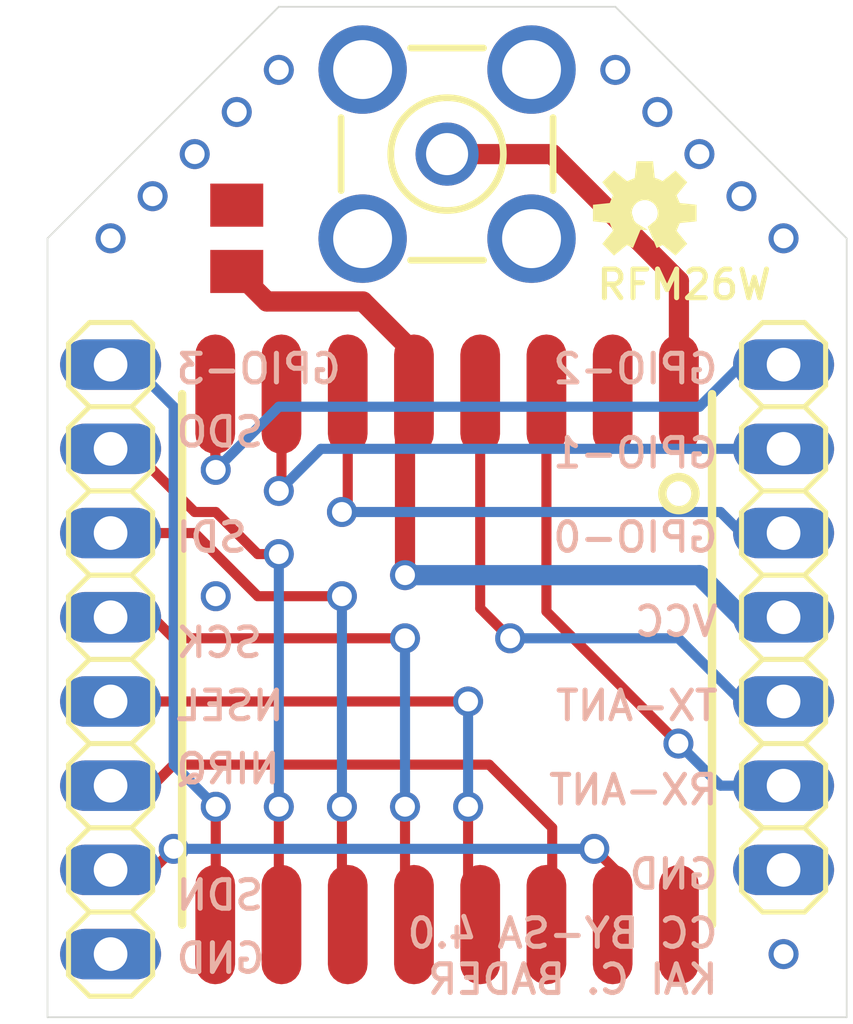
<source format=kicad_pcb>
(kicad_pcb (version 20211014) (generator pcbnew)
  (title_block (title "RFM26W Breakout Board") (date "2022-11-18") (rev "1") (company "Kai Christian Bader") (comment 1 "CC BY-SA 4.0"))
  (layers (0 "F.Cu" signal) (31 "B.Cu" signal) (34 "B.Paste" user) (35 "F.Paste" user) (36 "B.SilkS" user "B.Silkscreen") (37 "F.SilkS" user "F.Silkscreen") (38 "B.Mask" user) (39 "F.Mask" user) (44 "Edge.Cuts" user))
  (net 0 "")
  (net 1 "GND")
  (net 2 "SDN")
  (net 3 "NIRQ")
  (net 4 "NSEL")
  (net 5 "SCK")
  (net 6 "SDI")
  (net 7 "SDO")
  (net 8 "GPIO-3")
  (net 9 "GPIO-2")
  (net 10 "GPIO-1")
  (net 11 "GPIO-0")
  (net 12 "VCC")
  (net 13 "TX-ANT")
  (net 14 "RX-ANT")
  (net 15 "ANT")
  (footprint "rfm26w_breakout_board:C0805K" (layer "F.Cu") (at 96.79 52.34 -90)
    (fp_text reference "C1" hide)
    (fp_text value "0.1uF" hide)
    (pad "1" smd rect (at -1 0 270) (size 1.3 1.6) (layers "F.Cu" "F.Paste" "F.Mask") (net 1 "GND"))
    (pad "2" smd rect (at 1 0 270) (size 1.3 1.6) (layers "F.Cu" "F.Paste" "F.Mask") (net 12 "VCC"))
  )
  (footprint "rfm26w_breakout_board:OSHW-LOGO-S" (layer "F.Cu") (at 109.109 51.578)
    (fp_text reference "U$3" hide)
    (fp_text value "" hide)
    (fp_poly (pts (xy 0.301647 -1.061351) (xy 0.42347 -1.022344) (xy 0.537177 -0.963769) (xy 0.92862 -1.282946) (xy 1.282946 -0.92862) (xy 0.961035 -0.533823) (xy 1.057046 -0.302084) (xy 1.5638 -0.250561) (xy 1.5638 0.250561) (xy 1.057046 0.302084) (xy 0.961035 0.533823) (xy 1.282946 0.92862) (xy 0.92862 1.282946) (xy 0.537177 0.96377) (xy 0.356601 1.056794) (xy 0.088679 0.410073) (xy 0.326262 0.2176) (xy 0.373649 0.121468) (xy 0.392729 0.010339) (xy 0.379464 -0.101634) (xy 0.334947 -0.205229) (xy 0.262842 -0.291918) (xy 0.169087 -0.354561) (xy 0.061406 -0.387999) (xy -0.051342 -0.38948) (xy -0.159868 -0.358881) (xy -0.255234 -0.298724) (xy -0.329589 -0.213962) (xy -0.376813 -0.111569) (xy -0.392176 -0.005767) (xy -0.322923 0.222565) (xy -0.249312 0.303773) (xy 0.091677 0.5081) (xy -0.12929 0.5081) (xy -0.355332 1.053732) (xy -0.506597 0.983577) (xy -0.538922 0.965192) (xy -0.92862 1.282946) (xy -1.282946 0.92862) (xy -0.961035 0.533823) (xy -1.057046 0.302084) (xy -1.5638 0.250561) (xy -1.5638 -0.250561) (xy -1.057046 -0.302084) (xy -0.961035 -0.533823) (xy -1.282946 -0.92862) (xy -0.92862 -1.282946) (xy -0.533823 -0.961035) (xy -0.302084 -1.057046) (xy -0.250561 -1.5638) (xy 0.250561 -1.5638)) (layer "F.SilkS") (width 0) (fill solid))
  )
  (footprint "rfm26w_breakout_board:1X08" (layer "F.Cu") (at 92.98 65.04 -90)
    (fp_text reference "JP1" hide)
    (fp_text value "")
    (fp_line (start -10.16 0.635) (end -9.525 1.27) (layer "F.SilkS") (width 0.1524))
    (fp_line (start 9.525 -1.27) (end 10.16 -0.635) (layer "F.SilkS") (width 0.1524))
    (fp_line (start -8.255 1.27) (end -9.525 1.27) (layer "F.SilkS") (width 0.1524))
    (fp_line (start -6.985 -1.27) (end -5.715 -1.27) (layer "F.SilkS") (width 0.1524))
    (fp_line (start 4.445 1.27) (end 3.175 1.27) (layer "F.SilkS") (width 0.1524))
    (fp_line (start -4.445 -1.27) (end -3.175 -1.27) (layer "F.SilkS") (width 0.1524))
    (fp_line (start 5.715 -1.27) (end 5.08 -0.635) (layer "F.SilkS") (width 0.1524))
    (fp_line (start -2.54 -0.635) (end -2.54 0.635) (layer "F.SilkS") (width 0.1524))
    (fp_line (start -5.08 0.635) (end -5.715 1.27) (layer "F.SilkS") (width 0.1524))
    (fp_line (start -1.905 -1.27) (end -2.54 -0.635) (layer "F.SilkS") (width 0.1524))
    (fp_line (start 0 -0.635) (end 0.635 -1.27) (layer "F.SilkS") (width 0.1524))
    (fp_line (start 0.635 -1.27) (end 1.905 -1.27) (layer "F.SilkS") (width 0.1524))
    (fp_line (start 10.16 -0.635) (end 10.16 0.635) (layer "F.SilkS") (width 0.1524))
    (fp_line (start 2.54 -0.635) (end 3.175 -1.27) (layer "F.SilkS") (width 0.1524))
    (fp_line (start -2.54 0.635) (end -3.175 1.27) (layer "F.SilkS") (width 0.1524))
    (fp_line (start -4.445 1.27) (end -5.08 0.635) (layer "F.SilkS") (width 0.1524))
    (fp_line (start -5.08 -0.635) (end -4.445 -1.27) (layer "F.SilkS") (width 0.1524))
    (fp_line (start -9.525 -1.27) (end -8.255 -1.27) (layer "F.SilkS") (width 0.1524))
    (fp_line (start 6.985 -1.27) (end 7.62 -0.635) (layer "F.SilkS") (width 0.1524))
    (fp_line (start -5.715 1.27) (end -6.985 1.27) (layer "F.SilkS") (width 0.1524))
    (fp_line (start -0.635 -1.27) (end 0 -0.635) (layer "F.SilkS") (width 0.1524))
    (fp_line (start -5.08 -0.635) (end -5.08 0.635) (layer "F.SilkS") (width 0.1524))
    (fp_line (start 2.54 0.635) (end 1.905 1.27) (layer "F.SilkS") (width 0.1524))
    (fp_line (start 4.445 -1.27) (end 5.08 -0.635) (layer "F.SilkS") (width 0.1524))
    (fp_line (start -7.62 -0.635) (end -7.62 0.635) (layer "F.SilkS") (width 0.1524))
    (fp_line (start -10.16 -0.635) (end -10.16 0.635) (layer "F.SilkS") (width 0.1524))
    (fp_line (start -5.715 -1.27) (end -5.08 -0.635) (layer "F.SilkS") (width 0.1524))
    (fp_line (start -7.62 -0.635) (end -6.985 -1.27) (layer "F.SilkS") (width 0.1524))
    (fp_line (start 9.525 1.27) (end 8.255 1.27) (layer "F.SilkS") (width 0.1524))
    (fp_line (start 3.175 1.27) (end 2.54 0.635) (layer "F.SilkS") (width 0.1524))
    (fp_line (start 8.255 -1.27) (end 7.62 -0.635) (layer "F.SilkS") (width 0.1524))
    (fp_line (start 1.905 -1.27) (end 2.54 -0.635) (layer "F.SilkS") (width 0.1524))
    (fp_line (start -9.525 -1.27) (end -10.16 -0.635) (layer "F.SilkS") (width 0.1524))
    (fp_line (start -7.62 0.635) (end -8.255 1.27) (layer "F.SilkS") (width 0.1524))
    (fp_line (start 3.175 -1.27) (end 4.445 -1.27) (layer "F.SilkS") (width 0.1524))
    (fp_line (start 5.08 -0.635) (end 5.08 0.635) (layer "F.SilkS") (width 0.1524))
    (fp_line (start 0 -0.635) (end 0 0.635) (layer "F.SilkS") (width 0.1524))
    (fp_line (start 5.08 0.635) (end 5.715 1.27) (layer "F.SilkS") (width 0.1524))
    (fp_line (start 1.905 1.27) (end 0.635 1.27) (layer "F.SilkS") (width 0.1524))
    (fp_line (start -3.175 -1.27) (end -2.54 -0.635) (layer "F.SilkS") (width 0.1524))
    (fp_line (start 5.715 -1.27) (end 6.985 -1.27) (layer "F.SilkS") (width 0.1524))
    (fp_line (start 5.08 0.635) (end 4.445 1.27) (layer "F.SilkS") (width 0.1524))
    (fp_line (start 7.62 -0.635) (end 7.62 0.635) (layer "F.SilkS") (width 0.1524))
    (fp_line (start 0 0.635) (end -0.635 1.27) (layer "F.SilkS") (width 0.1524))
    (fp_line (start -3.175 1.27) (end -4.445 1.27) (layer "F.SilkS") (width 0.1524))
    (fp_line (start 10.16 0.635) (end 9.525 1.27) (layer "F.SilkS") (width 0.1524))
    (fp_line (start -1.905 -1.27) (end -0.635 -1.27) (layer "F.SilkS") (width 0.1524))
    (fp_line (start 0.635 1.27) (end 0 0.635) (layer "F.SilkS") (width 0.1524))
    (fp_line (start -0.635 1.27) (end -1.905 1.27) (layer "F.SilkS") (width 0.1524))
    (fp_line (start 6.985 1.27) (end 5.715 1.27) (layer "F.SilkS") (width 0.1524))
    (fp_line (start 7.62 0.635) (end 6.985 1.27) (layer "F.SilkS") (width 0.1524))
    (fp_line (start 2.54 -0.635) (end 2.54 0.635) (layer "F.SilkS") (width 0.1524))
    (fp_line (start -8.255 -1.27) (end -7.62 -0.635) (layer "F.SilkS") (width 0.1524))
    (fp_line (start 8.255 -1.27) (end 9.525 -1.27) (layer "F.SilkS") (width 0.1524))
    (fp_line (start 7.62 0.635) (end 8.255 1.27) (layer "F.SilkS") (width 0.1524))
    (fp_line (start -2.54 0.635) (end -1.905 1.27) (layer "F.SilkS") (width 0.1524))
    (fp_line (start -6.985 1.27) (end -7.62 0.635) (layer "F.SilkS") (width 0.1524))
    (pad "1" thru_hole oval (at -8.89 0) (size 3.048 1.524) (drill 1.016) (layers *.Cu *.Mask) (net 8 "GPIO-3"))
    (pad "2" thru_hole oval (at -6.35 0) (size 3.048 1.524) (drill 1.016) (layers *.Cu *.Mask) (net 7 "SDO"))
    (pad "3" thru_hole oval (at -3.81 0) (size 3.048 1.524) (drill 1.016) (layers *.Cu *.Mask) (net 6 "SDI"))
    (pad "4" thru_hole oval (at -1.27 0) (size 3.048 1.524) (drill 1.016) (layers *.Cu *.Mask) (net 5 "SCK"))
    (pad "5" thru_hole oval (at 1.27 0) (size 3.048 1.524) (drill 1.016) (layers *.Cu *.Mask) (net 4 "NSEL"))
    (pad "6" thru_hole oval (at 3.81 0) (size 3.048 1.524) (drill 1.016) (layers *.Cu *.Mask) (net 3 "NIRQ"))
    (pad "7" thru_hole oval (at 6.35 0) (size 3.048 1.524) (drill 1.016) (layers *.Cu *.Mask) (net 2 "SDN"))
    (pad "8" thru_hole oval (at 8.89 0) (size 3.048 1.524) (drill 1.016) (layers *.Cu *.Mask) (net 1 "GND"))
  )
  (footprint "rfm26w_breakout_board:1X07" (layer "F.Cu") (at 113.3 63.77 -90)
    (fp_text reference "JP2" hide)
    (fp_text value "")
    (fp_line (start 0.635 1.27) (end -0.635 1.27) (layer "F.SilkS") (width 0.1524))
    (fp_line (start -1.27 -0.635) (end -1.27 0.635) (layer "F.SilkS") (width 0.1524))
    (fp_line (start 8.255 1.27) (end 6.985 1.27) (layer "F.SilkS") (width 0.1524))
    (fp_line (start 6.35 0.635) (end 5.715 1.27) (layer "F.SilkS") (width 0.1524))
    (fp_line (start -3.81 -0.635) (end -3.175 -1.27) (layer "F.SilkS") (width 0.1524))
    (fp_line (start -3.175 -1.27) (end -1.905 -1.27) (layer "F.SilkS") (width 0.1524))
    (fp_line (start -3.81 0.635) (end -4.445 1.27) (layer "F.SilkS") (width 0.1524))
    (fp_line (start 8.255 -1.27) (end 8.89 -0.635) (layer "F.SilkS") (width 0.1524))
    (fp_line (start -6.35 0.635) (end -6.985 1.27) (layer "F.SilkS") (width 0.1524))
    (fp_line (start 5.715 -1.27) (end 6.35 -0.635) (layer "F.SilkS") (width 0.1524))
    (fp_line (start 5.715 1.27) (end 4.445 1.27) (layer "F.SilkS") (width 0.1524))
    (fp_line (start -8.255 -1.27) (end -8.89 -0.635) (layer "F.SilkS") (width 0.1524))
    (fp_line (start 3.175 -1.27) (end 3.81 -0.635) (layer "F.SilkS") (width 0.1524))
    (fp_line (start -0.635 -1.27) (end -1.27 -0.635) (layer "F.SilkS") (width 0.1524))
    (fp_line (start 3.81 -0.635) (end 4.445 -1.27) (layer "F.SilkS") (width 0.1524))
    (fp_line (start -6.985 1.27) (end -8.255 1.27) (layer "F.SilkS") (width 0.1524))
    (fp_line (start 3.81 -0.635) (end 3.81 0.635) (layer "F.SilkS") (width 0.1524))
    (fp_line (start 1.27 -0.635) (end 1.905 -1.27) (layer "F.SilkS") (width 0.1524))
    (fp_line (start -3.81 -0.635) (end -3.81 0.635) (layer "F.SilkS") (width 0.1524))
    (fp_line (start -8.89 -0.635) (end -8.89 0.635) (layer "F.SilkS") (width 0.1524))
    (fp_line (start -8.89 0.635) (end -8.255 1.27) (layer "F.SilkS") (width 0.1524))
    (fp_line (start 1.27 -0.635) (end 1.27 0.635) (layer "F.SilkS") (width 0.1524))
    (fp_line (start 3.175 1.27) (end 1.905 1.27) (layer "F.SilkS") (width 0.1524))
    (fp_line (start 0.635 -1.27) (end 1.27 -0.635) (layer "F.SilkS") (width 0.1524))
    (fp_line (start 1.27 0.635) (end 0.635 1.27) (layer "F.SilkS") (width 0.1524))
    (fp_line (start 1.905 -1.27) (end 3.175 -1.27) (layer "F.SilkS") (width 0.1524))
    (fp_line (start 8.89 -0.635) (end 8.89 0.635) (layer "F.SilkS") (width 0.1524))
    (fp_line (start -0.635 -1.27) (end 0.635 -1.27) (layer "F.SilkS") (width 0.1524))
    (fp_line (start 6.35 -0.635) (end 6.35 0.635) (layer "F.SilkS") (width 0.1524))
    (fp_line (start 1.905 1.27) (end 1.27 0.635) (layer "F.SilkS") (width 0.1524))
    (fp_line (start -4.445 -1.27) (end -3.81 -0.635) (layer "F.SilkS") (width 0.1524))
    (fp_line (start -1.27 0.635) (end -0.635 1.27) (layer "F.SilkS") (width 0.1524))
    (fp_line (start -6.985 -1.27) (end -6.35 -0.635) (layer "F.SilkS") (width 0.1524))
    (fp_line (start -6.35 -0.635) (end -6.35 0.635) (layer "F.SilkS") (width 0.1524))
    (fp_line (start 4.445 1.27) (end 3.81 0.635) (layer "F.SilkS") (width 0.1524))
    (fp_line (start 6.35 0.635) (end 6.985 1.27) (layer "F.SilkS") (width 0.1524))
    (fp_line (start 3.81 0.635) (end 3.175 1.27) (layer "F.SilkS") (width 0.1524))
    (fp_line (start -5.715 -1.27) (end -4.445 -1.27) (layer "F.SilkS") (width 0.1524))
    (fp_line (start -4.445 1.27) (end -5.715 1.27) (layer "F.SilkS") (width 0.1524))
    (fp_line (start 8.89 0.635) (end 8.255 1.27) (layer "F.SilkS") (width 0.1524))
    (fp_line (start -5.715 1.27) (end -6.35 0.635) (layer "F.SilkS") (width 0.1524))
    (fp_line (start -1.27 0.635) (end -1.905 1.27) (layer "F.SilkS") (width 0.1524))
    (fp_line (start -8.255 -1.27) (end -6.985 -1.27) (layer "F.SilkS") (width 0.1524))
    (fp_line (start -6.35 -0.635) (end -5.715 -1.27) (layer "F.SilkS") (width 0.1524))
    (fp_line (start -3.175 1.27) (end -3.81 0.635) (layer "F.SilkS") (width 0.1524))
    (fp_line (start 6.985 -1.27) (end 6.35 -0.635) (layer "F.SilkS") (width 0.1524))
    (fp_line (start 4.445 -1.27) (end 5.715 -1.27) (layer "F.SilkS") (width 0.1524))
    (fp_line (start -1.905 -1.27) (end -1.27 -0.635) (layer "F.SilkS") (width 0.1524))
    (fp_line (start 6.985 -1.27) (end 8.255 -1.27) (layer "F.SilkS") (width 0.1524))
    (fp_line (start -1.905 1.27) (end -3.175 1.27) (layer "F.SilkS") (width 0.1524))
    (pad "1" thru_hole oval (at -7.62 0) (size 3.048 1.524) (drill 1.016) (layers *.Cu *.Mask) (net 9 "GPIO-2"))
    (pad "2" thru_hole oval (at -5.08 0) (size 3.048 1.524) (drill 1.016) (layers *.Cu *.Mask) (net 10 "GPIO-1"))
    (pad "3" thru_hole oval (at -2.54 0) (size 3.048 1.524) (drill 1.016) (layers *.Cu *.Mask) (net 11 "GPIO-0"))
    (pad "4" thru_hole oval (at 0 0) (size 3.048 1.524) (drill 1.016) (layers *.Cu *.Mask) (net 12 "VCC"))
    (pad "5" thru_hole oval (at 2.54 0) (size 3.048 1.524) (drill 1.016) (layers *.Cu *.Mask) (net 13 "TX-ANT"))
    (pad "6" thru_hole oval (at 5.08 0) (size 3.048 1.524) (drill 1.016) (layers *.Cu *.Mask) (net 14 "RX-ANT"))
    (pad "7" thru_hole oval (at 7.62 0) (size 3.048 1.524) (drill 1.016) (layers *.Cu *.Mask) (net 1 "GND"))
  )
  (footprint "rfm26w_breakout_board:RFM26W" (layer "F.Cu") (at 103.14 65.04)
    (fp_text reference "PCB0" hide)
    (fp_text value "RFM26W" hide)
    (fp_line (start -8 -8) (end -8 8) (layer "F.SilkS") (width 0.254))
    (fp_line (start 8 8) (end 8 -8) (layer "F.SilkS") (width 0.254))
    (fp_circle (center 7 -5) (end 7.5 -5) (layer "F.SilkS") (width 0.254) (fill none))
    (pad "ANT" smd roundrect (at 7 -8) (size 1.2 3.6) (layers "F.Cu" "F.Paste" "F.Mask") (roundrect_rratio 0.5) (net 15 "ANT"))
    (pad "GND@1" smd roundrect (at 5 -8) (size 1.2 3.6) (layers "F.Cu" "F.Paste" "F.Mask") (roundrect_rratio 0.5) (net 1 "GND"))
    (pad "GND@2" smd roundrect (at 7 8) (size 1.2 3.6) (layers "F.Cu" "F.Paste" "F.Mask") (roundrect_rratio 0.5) (net 1 "GND"))
    (pad "GPIO-0" smd roundrect (at -3 -8) (size 1.2 3.6) (layers "F.Cu" "F.Paste" "F.Mask") (roundrect_rratio 0.5) (net 11 "GPIO-0"))
    (pad "GPIO-1" smd roundrect (at -5 -8) (size 1.2 3.6) (layers "F.Cu" "F.Paste" "F.Mask") (roundrect_rratio 0.5) (net 10 "GPIO-1"))
    (pad "GPIO-2" smd roundrect (at -7 -8) (size 1.2 3.6) (layers "F.Cu" "F.Paste" "F.Mask") (roundrect_rratio 0.5) (net 9 "GPIO-2"))
    (pad "GPIO-3" smd roundrect (at -7 8) (size 1.2 3.6) (layers "F.Cu" "F.Paste" "F.Mask") (roundrect_rratio 0.5) (net 8 "GPIO-3"))
    (pad "NIRQ" smd roundrect (at 3 8) (size 1.2 3.6) (layers "F.Cu" "F.Paste" "F.Mask") (roundrect_rratio 0.5) (net 3 "NIRQ"))
    (pad "NSEL" smd roundrect (at 1 8) (size 1.2 3.6) (layers "F.Cu" "F.Paste" "F.Mask") (roundrect_rratio 0.5) (net 4 "NSEL"))
    (pad "RX-ANT" smd roundrect (at 3 -8) (size 1.2 3.6) (layers "F.Cu" "F.Paste" "F.Mask") (roundrect_rratio 0.5) (net 14 "RX-ANT"))
    (pad "SCK" smd roundrect (at -1 8) (size 1.2 3.6) (layers "F.Cu" "F.Paste" "F.Mask") (roundrect_rratio 0.5) (net 5 "SCK"))
    (pad "SDI" smd roundrect (at -3 8) (size 1.2 3.6) (layers "F.Cu" "F.Paste" "F.Mask") (roundrect_rratio 0.5) (net 6 "SDI"))
    (pad "SDN" smd roundrect (at 5 8) (size 1.2 3.6) (layers "F.Cu" "F.Paste" "F.Mask") (roundrect_rratio 0.5) (net 2 "SDN"))
    (pad "SDO" smd roundrect (at -5 8) (size 1.2 3.6) (layers "F.Cu" "F.Paste" "F.Mask") (roundrect_rratio 0.5) (net 7 "SDO"))
    (pad "TX-ANT" smd roundrect (at 1 -8) (size 1.2 3.6) (layers "F.Cu" "F.Paste" "F.Mask") (roundrect_rratio 0.5) (net 13 "TX-ANT"))
    (pad "VCC" smd roundrect (at -1 -8) (size 1.2 3.6) (layers "F.Cu" "F.Paste" "F.Mask") (roundrect_rratio 0.5) (net 12 "VCC"))
  )
  (footprint "rfm26w_breakout_board:BU-SMA-V" (layer "F.Cu") (at 103.14 49.8)
    (fp_text reference "X1" hide)
    (fp_text value "BU-SMA" hide)
    (fp_line (start -3.2 1.1) (end -3.2 -1.1) (layer "F.SilkS") (width 0.2032))
    (fp_line (start 1.1 3.2) (end -1.1 3.2) (layer "F.SilkS") (width 0.2032))
    (fp_line (start -1.1 -3.2) (end 1.1 -3.2) (layer "F.SilkS") (width 0.2032))
    (fp_line (start 3.2 -1.1) (end 3.2 1.1) (layer "F.SilkS") (width 0.2032))
    (fp_circle (center 0 0) (end 1.7 0) (layer "F.SilkS") (width 0.2032) (fill none))
    (pad "1" thru_hole circle (at 0 0) (size 1.905 1.905) (drill 1.27) (layers *.Cu *.Mask) (net 15 "ANT"))
    (pad "2" thru_hole circle (at -2.5499 -2.5499) (size 2.667 2.667) (drill 1.778) (layers *.Cu *.Mask) (net 1 "GND"))
    (pad "3" thru_hole circle (at 2.5499 -2.5499) (size 2.667 2.667) (drill 1.778) (layers *.Cu *.Mask) (net 1 "GND"))
    (pad "4" thru_hole circle (at 2.5499 2.5499) (size 2.667 2.667) (drill 1.778) (layers *.Cu *.Mask) (net 1 "GND"))
    (pad "5" thru_hole circle (at -2.5499 2.5499) (size 2.667 2.667) (drill 1.778) (layers *.Cu *.Mask) (net 1 "GND"))
  )
  (gr_line (start 91.075 52.34) (end 91.075 75.835) (layer "Edge.Cuts") (width 0.05))
  (gr_line (start 115.205 75.835) (end 115.205 52.34) (layer "Edge.Cuts") (width 0.05))
  (gr_line (start 115.205 52.34) (end 108.22 45.355) (layer "Edge.Cuts") (width 0.05))
  (gr_line (start 91.075 75.835) (end 115.205 75.835) (layer "Edge.Cuts") (width 0.05))
  (gr_line (start 98.06 45.355) (end 91.075 52.34) (layer "Edge.Cuts") (width 0.05))
  (gr_line (start 98.06 45.355) (end 108.22 45.355) (layer "Edge.Cuts") (width 0.05))
  (gr_text "GND" (at 111.395 72.025) (layer "B.SilkS") (effects (font (size 0.8636 0.8636) (thickness 0.1524)) (justify left bottom mirror)))
  (gr_text "GPIO-2" (at 111.395 56.785) (layer "B.SilkS") (effects (font (size 0.8636 0.8636) (thickness 0.1524)) (justify left bottom mirror)))
  (gr_text "SDN" (at 94.885 72.66) (layer "B.SilkS") (effects (font (size 0.8636 0.8636) (thickness 0.1524)) (justify right bottom mirror)))
  (gr_text "RX-ANT" (at 111.395 69.485) (layer "B.SilkS") (effects (font (size 0.8636 0.8636) (thickness 0.1524)) (justify left bottom mirror)))
  (gr_text "SDO" (at 94.885 58.69) (layer "B.SilkS") (effects (font (size 0.8636 0.8636) (thickness 0.1524)) (justify right bottom mirror)))
  (gr_text "VCC" (at 111.395 64.405) (layer "B.SilkS") (effects (font (size 0.8636 0.8636) (thickness 0.1524)) (justify left bottom mirror)))
  (gr_text "CC BY-SA 4.0\nKAI C. BADER" (at 111.395 75.2) (layer "B.SilkS") (effects (font (size 0.8636 0.8636) (thickness 0.1524)) (justify left bottom mirror)))
  (gr_text "NSEL" (at 94.885 66.945) (layer "B.SilkS") (effects (font (size 0.8636 0.8636) (thickness 0.1524)) (justify right bottom mirror)))
  (gr_text "GPIO-3" (at 94.885 56.785) (layer "B.SilkS") (effects (font (size 0.8636 0.8636) (thickness 0.1524)) (justify right bottom mirror)))
  (gr_text "GPIO-1" (at 111.395 59.325) (layer "B.SilkS") (effects (font (size 0.8636 0.8636) (thickness 0.1524)) (justify left bottom mirror)))
  (gr_text "SDI" (at 94.885 61.865) (layer "B.SilkS") (effects (font (size 0.8636 0.8636) (thickness 0.1524)) (justify right bottom mirror)))
  (gr_text "GND" (at 94.885 74.565) (layer "B.SilkS") (effects (font (size 0.8636 0.8636) (thickness 0.1524)) (justify right bottom mirror)))
  (gr_text "SCK" (at 94.885 65.04) (layer "B.SilkS") (effects (font (size 0.8636 0.8636) (thickness 0.1524)) (justify right bottom mirror)))
  (gr_text "NIRQ" (at 94.885 68.85) (layer "B.SilkS") (effects (font (size 0.8636 0.8636) (thickness 0.1524)) (justify right bottom mirror)))
  (gr_text "GPIO-0" (at 111.395 61.865) (layer "B.SilkS") (effects (font (size 0.8636 0.8636) (thickness 0.1524)) (justify left bottom mirror)))
  (gr_text "TX-ANT" (at 111.395 66.945) (layer "B.SilkS") (effects (font (size 0.8636 0.8636) (thickness 0.1524)) (justify left bottom mirror)))
  (gr_text "RFM26W" (at 107.585 54.245) (layer "F.SilkS") (effects (font (size 0.8636 0.8636) (thickness 0.1524)) (justify left bottom)))
  (via (at 113.3 52.34) (size 0.9048) (drill 0.6) (layers "F.Cu" "B.Cu") (net 1))
  (via (at 95.52 49.8) (size 0.9048) (drill 0.6) (layers "F.Cu" "B.Cu") (net 1))
  (via (at 96.155 63.135) (size 0.9048) (drill 0.6) (layers "F.Cu" "B.Cu") (net 1))
  (via (at 113.3 73.93) (size 0.9048) (drill 0.6) (layers "F.Cu" "B.Cu") (net 1))
  (via (at 94.25 51.07) (size 0.9048) (drill 0.6) (layers "F.Cu" "B.Cu") (net 1))
  (via (at 98.06 47.26) (size 0.9048) (drill 0.6) (layers "F.Cu" "B.Cu") (net 1))
  (via (at 108.22 47.26) (size 0.9048) (drill 0.6) (layers "F.Cu" "B.Cu") (net 1))
  (via (at 92.98 52.34) (size 0.9048) (drill 0.6) (layers "F.Cu" "B.Cu") (net 1))
  (via (at 110.76 49.8) (size 0.9048) (drill 0.6) (layers "F.Cu" "B.Cu") (net 1))
  (via (at 109.49 48.53) (size 0.9048) (drill 0.6) (layers "F.Cu" "B.Cu") (net 1))
  (via (at 96.79 48.53) (size 0.9048) (drill 0.6) (layers "F.Cu" "B.Cu") (net 1))
  (via (at 112.03 51.07) (size 0.9048) (drill 0.6) (layers "F.Cu" "B.Cu") (net 1))
  (segment (start 108.22 72.96) (end 108.14 73.04) (width 0.3048) (layer "F.Cu") (net 2))
  (segment (start 107.585 70.755) (end 108.22 71.39) (width 0.3048) (layer "F.Cu") (net 2))
  (segment (start 108.22 71.39) (end 108.22 72.96) (width 0.3048) (layer "F.Cu") (net 2))
  (segment (start 94.25 71.39) (end 94.885 70.755) (width 0.3048) (layer "F.Cu") (net 2))
  (segment (start 92.98 71.39) (end 94.25 71.39) (width 0.3048) (layer "F.Cu") (net 2))
  (via (at 94.885 70.755) (size 0.9048) (drill 0.6) (layers "F.Cu" "B.Cu") (net 2))
  (via (at 107.585 70.755) (size 0.9048) (drill 0.6) (layers "F.Cu" "B.Cu") (net 2))
  (segment (start 94.885 70.755) (end 107.585 70.755) (width 0.3048) (layer "B.Cu") (net 2))
  (segment (start 94.885 68.215) (end 104.41 68.215) (width 0.3048) (layer "F.Cu") (net 3))
  (segment (start 104.41 68.215) (end 106.315 70.12) (width 0.3048) (layer "F.Cu") (net 3))
  (segment (start 92.98 68.85) (end 94.25 68.85) (width 0.3048) (layer "F.Cu") (net 3))
  (segment (start 94.25 68.85) (end 94.885 68.215) (width 0.3048) (layer "F.Cu") (net 3))
  (segment (start 106.315 72.865) (end 106.14 73.04) (width 0.3048) (layer "F.Cu") (net 3))
  (segment (start 106.315 70.12) (end 106.315 72.865) (width 0.3048) (layer "F.Cu") (net 3))
  (segment (start 92.98 66.31) (end 103.775 66.31) (width 0.3048) (layer "F.Cu") (net 4))
  (segment (start 103.775 72.675) (end 104.14 73.04) (width 0.3048) (layer "F.Cu") (net 4))
  (segment (start 103.775 69.485) (end 103.775 72.675) (width 0.3048) (layer "F.Cu") (net 4))
  (via (at 103.775 66.31) (size 0.9048) (drill 0.6) (layers "F.Cu" "B.Cu") (net 4))
  (via (at 103.775 69.485) (size 0.9048) (drill 0.6) (layers "F.Cu" "B.Cu") (net 4))
  (segment (start 103.775 66.31) (end 103.775 69.485) (width 0.3048) (layer "B.Cu") (net 4))
  (segment (start 94.25 63.77) (end 94.885 64.405) (width 0.3048) (layer "F.Cu") (net 5))
  (segment (start 92.98 63.77) (end 94.25 63.77) (width 0.3048) (layer "F.Cu") (net 5))
  (segment (start 101.87 69.485) (end 101.87 72.77) (width 0.3048) (layer "F.Cu") (net 5))
  (segment (start 101.87 72.77) (end 102.14 73.04) (width 0.3048) (layer "F.Cu") (net 5))
  (segment (start 94.885 64.405) (end 101.87 64.405) (width 0.3048) (layer "F.Cu") (net 5))
  (via (at 101.87 64.405) (size 0.9048) (drill 0.6) (layers "F.Cu" "B.Cu") (net 5))
  (via (at 101.87 69.485) (size 0.9048) (drill 0.6) (layers "F.Cu" "B.Cu") (net 5))
  (segment (start 101.87 64.405) (end 101.87 69.485) (width 0.3048) (layer "B.Cu") (net 5))
  (segment (start 92.98 61.23) (end 95.52 61.23) (width 0.3048) (layer "F.Cu") (net 6))
  (segment (start 97.425 63.135) (end 99.965 63.135) (width 0.3048) (layer "F.Cu") (net 6))
  (segment (start 99.965 69.485) (end 99.965 72.865) (width 0.3048) (layer "F.Cu") (net 6))
  (segment (start 95.52 61.23) (end 97.425 63.135) (width 0.3048) (layer "F.Cu") (net 6))
  (segment (start 99.965 72.865) (end 100.14 73.04) (width 0.3048) (layer "F.Cu") (net 6))
  (via (at 99.965 69.485) (size 0.9048) (drill 0.6) (layers "F.Cu" "B.Cu") (net 6))
  (via (at 99.965 63.135) (size 0.9048) (drill 0.6) (layers "F.Cu" "B.Cu") (net 6))
  (segment (start 99.965 63.135) (end 99.965 69.485) (width 0.3048) (layer "B.Cu") (net 6))
  (segment (start 93.615 58.69) (end 92.98 58.69) (width 0.3048) (layer "F.Cu") (net 7))
  (segment (start 96.155 60.595) (end 95.52 60.595) (width 0.3048) (layer "F.Cu") (net 7))
  (segment (start 97.425 61.865) (end 96.155 60.595) (width 0.3048) (layer "F.Cu") (net 7))
  (segment (start 98.06 61.865) (end 97.425 61.865) (width 0.3048) (layer "F.Cu") (net 7))
  (segment (start 98.06 69.485) (end 98.06 72.96) (width 0.3048) (layer "F.Cu") (net 7))
  (segment (start 95.52 60.595) (end 93.615 58.69) (width 0.3048) (layer "F.Cu") (net 7))
  (segment (start 98.06 72.96) (end 98.14 73.04) (width 0.3048) (layer "F.Cu") (net 7))
  (via (at 98.06 61.865) (size 0.9048) (drill 0.6) (layers "F.Cu" "B.Cu") (net 7))
  (via (at 98.06 69.485) (size 0.9048) (drill 0.6) (layers "F.Cu" "B.Cu") (net 7))
  (segment (start 98.06 61.865) (end 98.06 69.485) (width 0.3048) (layer "B.Cu") (net 7))
  (segment (start 96.155 73.025) (end 96.14 73.04) (width 0.3048) (layer "F.Cu") (net 8))
  (segment (start 96.155 69.485) (end 96.155 73.025) (width 0.3048) (layer "F.Cu") (net 8))
  (via (at 96.155 69.485) (size 0.9048) (drill 0.6) (layers "F.Cu" "B.Cu") (net 8))
  (segment (start 93.615 56.15) (end 94.885 57.42) (width 0.3048) (layer "B.Cu") (net 8))
  (segment (start 92.98 56.15) (end 93.615 56.15) (width 0.3048) (layer "B.Cu") (net 8))
  (segment (start 94.885 57.42) (end 94.885 68.215) (width 0.3048) (layer "B.Cu") (net 8))
  (segment (start 94.885 68.215) (end 96.155 69.485) (width 0.3048) (layer "B.Cu") (net 8))
  (segment (start 96.14 58.675) (end 96.155 59.325) (width 0.3048) (layer "F.Cu") (net 9))
  (segment (start 96.14 57.04) (end 96.14 58.675) (width 0.3048) (layer "F.Cu") (net 9))
  (via (at 96.155 59.325) (size 0.9048) (drill 0.6) (layers "F.Cu" "B.Cu") (net 9))
  (segment (start 112.03 56.15) (end 113.3 56.15) (width 0.3048) (layer "B.Cu") (net 9))
  (segment (start 110.76 57.42) (end 112.03 56.15) (width 0.3048) (layer "B.Cu") (net 9))
  (segment (start 98.06 57.42) (end 110.76 57.42) (width 0.3048) (layer "B.Cu") (net 9))
  (segment (start 96.155 59.325) (end 98.06 57.42) (width 0.3048) (layer "B.Cu") (net 9))
  (segment (start 98.14 57.04) (end 98.14 59.88) (width 0.3048) (layer "F.Cu") (net 10))
  (segment (start 98.14 59.88) (end 98.06 59.96) (width 0.3048) (layer "F.Cu") (net 10))
  (via (at 98.06 59.96) (size 0.9048) (drill 0.6) (layers "F.Cu" "B.Cu") (net 10))
  (segment (start 98.06 59.96) (end 99.33 58.69) (width 0.3048) (layer "B.Cu") (net 10))
  (segment (start 99.33 58.69) (end 113.3 58.69) (width 0.3048) (layer "B.Cu") (net 10))
  (segment (start 100.14 57.04) (end 100.14 60.42) (width 0.3048) (layer "F.Cu") (net 11))
  (segment (start 100.14 60.42) (end 99.965 60.595) (width 0.3048) (layer "F.Cu") (net 11))
  (via (at 99.965 60.595) (size 0.9048) (drill 0.6) (layers "F.Cu" "B.Cu") (net 11))
  (segment (start 111.395 60.595) (end 112.03 61.23) (width 0.3048) (layer "B.Cu") (net 11))
  (segment (start 112.03 61.23) (end 113.3 61.23) (width 0.3048) (layer "B.Cu") (net 11))
  (segment (start 99.965 60.595) (end 111.395 60.595) (width 0.3048) (layer "B.Cu") (net 11))
  (segment (start 102.14 57.04) (end 102.14 55.785) (width 0.3048) (layer "F.Cu") (net 12))
  (segment (start 97.695 54.245) (end 96.79 53.34) (width 0.6096) (layer "F.Cu") (net 12))
  (segment (start 100.6 54.245) (end 97.695 54.245) (width 0.6096) (layer "F.Cu") (net 12))
  (segment (start 101.87 57.04) (end 101.87 62.5) (width 0.6096) (layer "F.Cu") (net 12))
  (segment (start 102.14 55.785) (end 100.6 54.245) (width 0.6096) (layer "F.Cu") (net 12))
  (segment (start 102.14 57.04) (end 101.87 57.04) (width 0.3048) (layer "F.Cu") (net 12))
  (via (at 101.87 62.5) (size 0.9048) (drill 0.6) (layers "F.Cu" "B.Cu") (net 12))
  (segment (start 101.87 62.5) (end 110.76 62.5) (width 0.6096) (layer "B.Cu") (net 12))
  (segment (start 112.03 63.77) (end 113.3 63.77) (width 0.6096) (layer "B.Cu") (net 12))
  (segment (start 110.76 62.5) (end 112.03 63.77) (width 0.6096) (layer "B.Cu") (net 12))
  (segment (start 104.14 57.04) (end 104.14 63.5) (width 0.3048) (layer "F.Cu") (net 13))
  (segment (start 104.14 63.5) (end 105.045 64.405) (width 0.3048) (layer "F.Cu") (net 13))
  (via (at 105.045 64.405) (size 0.9048) (drill 0.6) (layers "F.Cu" "B.Cu") (net 13))
  (segment (start 105.045 64.405) (end 110.125 64.405) (width 0.3048) (layer "B.Cu") (net 13))
  (segment (start 112.03 66.31) (end 113.3 66.31) (width 0.3048) (layer "B.Cu") (net 13))
  (segment (start 110.125 64.405) (end 112.03 66.31) (width 0.3048) (layer "B.Cu") (net 13))
  (segment (start 106.14 57.04) (end 106.14 63.595) (width 0.3048) (layer "F.Cu") (net 14))
  (segment (start 106.14 63.595) (end 110.125 67.58) (width 0.3048) (layer "F.Cu") (net 14))
  (via (at 110.125 67.58) (size 0.9048) (drill 0.6) (layers "F.Cu" "B.Cu") (net 14))
  (segment (start 111.395 68.85) (end 113.3 68.85) (width 0.3048) (layer "B.Cu") (net 14))
  (segment (start 110.125 67.58) (end 111.395 68.85) (width 0.3048) (layer "B.Cu") (net 14))
  (segment (start 106.315 49.8) (end 103.14 49.8) (width 0.6096) (layer "F.Cu") (net 15))
  (segment (start 110.14 57.04) (end 110.14 53.625) (width 0.6096) (layer "F.Cu") (net 15))
  (segment (start 110.14 53.625) (end 106.315 49.8) (width 0.6096) (layer "F.Cu") (net 15))
)
</source>
